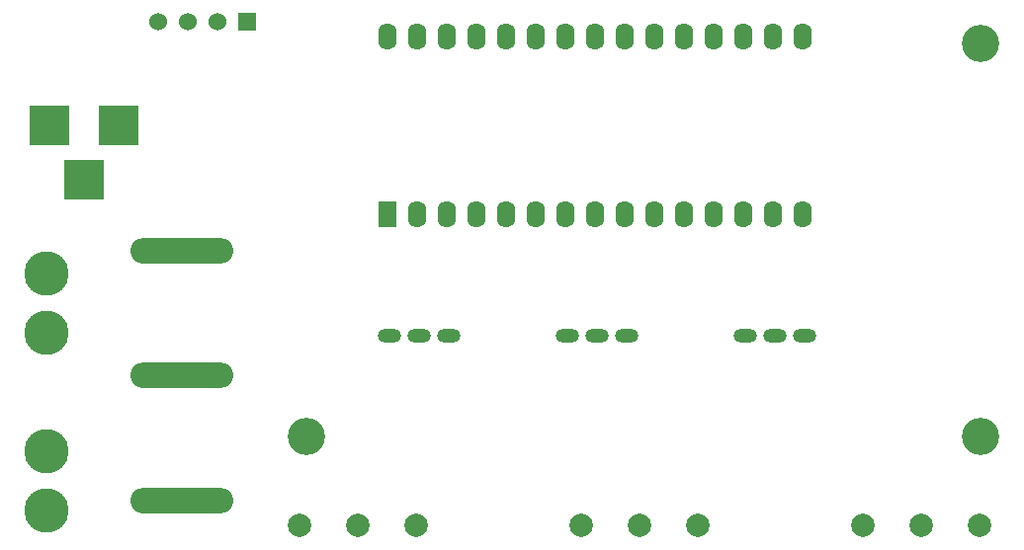
<source format=gbs>
G04 #@! TF.FileFunction,Soldermask,Bot*
%FSLAX46Y46*%
G04 Gerber Fmt 4.6, Leading zero omitted, Abs format (unit mm)*
G04 Created by KiCad (PCBNEW 4.0.3-stable) date Mon Sep 19 23:01:39 2016*
%MOMM*%
%LPD*%
G01*
G04 APERTURE LIST*
%ADD10C,0.150000*%
%ADD11O,8.800000X2.200000*%
%ADD12C,2.000000*%
%ADD13R,1.524000X1.524000*%
%ADD14C,1.524000*%
%ADD15O,1.574800X2.286000*%
%ADD16R,1.574800X2.286000*%
%ADD17C,3.810000*%
%ADD18O,2.000000X1.200000*%
%ADD19R,3.500120X3.500120*%
%ADD20C,3.200000*%
G04 APERTURE END LIST*
D10*
D11*
X34460000Y-63910000D03*
X34460000Y-53210000D03*
X34460000Y-42510000D03*
D12*
X44530000Y-66040000D03*
X49530000Y-66040000D03*
X54530000Y-66040000D03*
D13*
X40005000Y-22860000D03*
D14*
X37465000Y-22860000D03*
X34925000Y-22860000D03*
X32385000Y-22860000D03*
D15*
X87630000Y-24130000D03*
X85090000Y-24130000D03*
X82550000Y-24130000D03*
X80010000Y-24130000D03*
X77470000Y-24130000D03*
X74930000Y-24130000D03*
X72390000Y-24130000D03*
X69850000Y-24130000D03*
X67310000Y-24130000D03*
X64770000Y-24130000D03*
X62230000Y-24130000D03*
X59690000Y-24130000D03*
X57150000Y-24130000D03*
X54610000Y-24130000D03*
X52070000Y-24130000D03*
D16*
X52070000Y-39370000D03*
D15*
X54610000Y-39370000D03*
X57150000Y-39370000D03*
X59690000Y-39370000D03*
X62230000Y-39370000D03*
X64770000Y-39370000D03*
X67310000Y-39370000D03*
X69850000Y-39370000D03*
X72390000Y-39370000D03*
X74930000Y-39370000D03*
X77470000Y-39370000D03*
X80010000Y-39370000D03*
X82550000Y-39370000D03*
X85090000Y-39370000D03*
X87630000Y-39370000D03*
D17*
X22860000Y-44450000D03*
X22860000Y-49530000D03*
X22860000Y-59690000D03*
X22860000Y-64770000D03*
D18*
X52260000Y-49770000D03*
X54800000Y-49770000D03*
X57340000Y-49770000D03*
X67500000Y-49770000D03*
X70040000Y-49770000D03*
X72580000Y-49770000D03*
X82740000Y-49770000D03*
X85280000Y-49770000D03*
X87820000Y-49770000D03*
D12*
X68660000Y-66040000D03*
X73660000Y-66040000D03*
X78660000Y-66040000D03*
X92790000Y-66040000D03*
X97790000Y-66040000D03*
X102790000Y-66040000D03*
D19*
X29060140Y-31750000D03*
X23060660Y-31750000D03*
X26060400Y-36449000D03*
D20*
X102870000Y-24765000D03*
X45085000Y-58420000D03*
X102870000Y-58420000D03*
M02*

</source>
